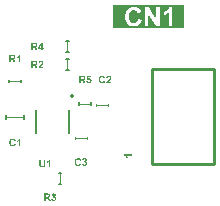
<source format=gbr>
G04*
G04 #@! TF.GenerationSoftware,Altium Limited,Altium Designer,23.10.1 (27)*
G04*
G04 Layer_Color=65535*
%FSLAX44Y44*%
%MOMM*%
G71*
G04*
G04 #@! TF.SameCoordinates,C40AB362-5B66-420F-9F68-920D16D289EC*
G04*
G04*
G04 #@! TF.FilePolarity,Positive*
G04*
G01*
G75*
%ADD10C,0.2540*%
%ADD11C,0.1000*%
%ADD12C,0.1270*%
G36*
X222084Y274422D02*
X162084D01*
Y294422D01*
X222084D01*
Y274422D01*
D02*
G37*
G36*
X178000Y166581D02*
X173368D01*
X173377Y166572D01*
X173396Y166553D01*
X173423Y166516D01*
X173470Y166461D01*
X173525Y166396D01*
X173581Y166322D01*
X173645Y166230D01*
X173719Y166128D01*
X173793Y166017D01*
X173867Y165897D01*
X173950Y165767D01*
X174024Y165629D01*
X174163Y165333D01*
X174293Y165000D01*
X173183D01*
Y165009D01*
X173174Y165019D01*
X173165Y165046D01*
X173155Y165083D01*
X173109Y165176D01*
X173054Y165305D01*
X172980Y165462D01*
X172878Y165638D01*
X172749Y165832D01*
X172601Y166035D01*
X172591Y166045D01*
X172582Y166063D01*
X172554Y166091D01*
X172517Y166128D01*
X172425Y166230D01*
X172305Y166341D01*
X172157Y166470D01*
X171972Y166600D01*
X171778Y166720D01*
X171565Y166812D01*
Y167811D01*
X178000D01*
Y166581D01*
D02*
G37*
G36*
X104579Y159886D02*
Y159877D01*
Y159840D01*
Y159775D01*
Y159701D01*
Y159609D01*
X104570Y159498D01*
Y159377D01*
Y159257D01*
X104551Y158989D01*
X104533Y158712D01*
X104524Y158592D01*
X104505Y158471D01*
X104487Y158360D01*
X104468Y158259D01*
Y158250D01*
X104459Y158240D01*
Y158212D01*
X104450Y158185D01*
X104422Y158092D01*
X104385Y157981D01*
X104330Y157852D01*
X104265Y157723D01*
X104182Y157584D01*
X104080Y157454D01*
X104071Y157436D01*
X104034Y157399D01*
X103969Y157343D01*
X103886Y157269D01*
X103775Y157186D01*
X103645Y157103D01*
X103497Y157011D01*
X103331Y156937D01*
X103322D01*
X103313Y156927D01*
X103285Y156918D01*
X103248Y156909D01*
X103202Y156890D01*
X103146Y156872D01*
X103072Y156853D01*
X102998Y156844D01*
X102823Y156807D01*
X102610Y156770D01*
X102369Y156752D01*
X102101Y156742D01*
X101953D01*
X101870Y156752D01*
X101787D01*
X101685Y156761D01*
X101584Y156770D01*
X101362Y156789D01*
X101131Y156826D01*
X100899Y156881D01*
X100798Y156909D01*
X100705Y156946D01*
X100696D01*
X100687Y156955D01*
X100631Y156983D01*
X100539Y157029D01*
X100437Y157094D01*
X100317Y157177D01*
X100188Y157269D01*
X100067Y157380D01*
X99956Y157501D01*
X99947Y157519D01*
X99910Y157556D01*
X99864Y157630D01*
X99808Y157723D01*
X99753Y157824D01*
X99688Y157944D01*
X99642Y158074D01*
X99596Y158212D01*
Y158222D01*
X99586Y158240D01*
Y158268D01*
X99577Y158314D01*
X99568Y158370D01*
X99559Y158444D01*
X99550Y158527D01*
X99540Y158619D01*
X99522Y158730D01*
X99513Y158850D01*
X99503Y158980D01*
X99494Y159128D01*
X99485Y159285D01*
Y159461D01*
X99476Y159646D01*
Y159840D01*
Y163261D01*
X100770D01*
Y159784D01*
Y159775D01*
Y159747D01*
Y159710D01*
Y159655D01*
Y159581D01*
Y159507D01*
X100779Y159340D01*
Y159156D01*
X100788Y158980D01*
X100798Y158897D01*
Y158823D01*
X100807Y158767D01*
X100816Y158712D01*
Y158693D01*
X100835Y158647D01*
X100862Y158573D01*
X100899Y158481D01*
X100946Y158379D01*
X101020Y158277D01*
X101103Y158166D01*
X101205Y158074D01*
X101223Y158065D01*
X101260Y158037D01*
X101334Y158000D01*
X101426Y157963D01*
X101556Y157917D01*
X101704Y157880D01*
X101870Y157852D01*
X102064Y157843D01*
X102157D01*
X102249Y157852D01*
X102369Y157870D01*
X102508Y157898D01*
X102638Y157935D01*
X102776Y157991D01*
X102887Y158065D01*
X102896Y158074D01*
X102933Y158102D01*
X102980Y158148D01*
X103035Y158212D01*
X103091Y158296D01*
X103146Y158388D01*
X103192Y158490D01*
X103220Y158610D01*
Y158629D01*
X103229Y158675D01*
X103239Y158758D01*
X103257Y158869D01*
Y158943D01*
X103266Y159026D01*
Y159119D01*
X103275Y159211D01*
Y159322D01*
X103285Y159442D01*
Y159572D01*
Y159710D01*
Y163261D01*
X104579D01*
Y159886D01*
D02*
G37*
G36*
X108804Y156863D02*
X107575D01*
Y161495D01*
X107565Y161485D01*
X107547Y161467D01*
X107510Y161439D01*
X107455Y161393D01*
X107390Y161338D01*
X107316Y161282D01*
X107223Y161217D01*
X107122Y161143D01*
X107011Y161069D01*
X106891Y160995D01*
X106761Y160912D01*
X106622Y160838D01*
X106327Y160700D01*
X105994Y160570D01*
Y161680D01*
X106003D01*
X106012Y161689D01*
X106040Y161698D01*
X106077Y161707D01*
X106169Y161754D01*
X106299Y161809D01*
X106456Y161883D01*
X106632Y161985D01*
X106826Y162114D01*
X107029Y162262D01*
X107038Y162271D01*
X107057Y162281D01*
X107085Y162308D01*
X107122Y162345D01*
X107223Y162438D01*
X107334Y162558D01*
X107464Y162706D01*
X107593Y162891D01*
X107713Y163085D01*
X107806Y163298D01*
X108804D01*
Y156863D01*
D02*
G37*
G36*
X143395Y233169D02*
X141074D01*
X140880Y232078D01*
X140889D01*
X140899Y232088D01*
X140954Y232115D01*
X141037Y232143D01*
X141139Y232189D01*
X141268Y232226D01*
X141407Y232254D01*
X141564Y232282D01*
X141721Y232291D01*
X141805D01*
X141860Y232282D01*
X141925Y232273D01*
X142008Y232263D01*
X142100Y232245D01*
X142202Y232217D01*
X142415Y232143D01*
X142535Y232097D01*
X142646Y232041D01*
X142766Y231968D01*
X142886Y231884D01*
X142997Y231792D01*
X143108Y231690D01*
X143118Y231681D01*
X143136Y231662D01*
X143164Y231625D01*
X143201Y231579D01*
X143238Y231524D01*
X143293Y231450D01*
X143339Y231367D01*
X143395Y231274D01*
X143450Y231172D01*
X143497Y231052D01*
X143552Y230923D01*
X143589Y230793D01*
X143626Y230645D01*
X143654Y230488D01*
X143672Y230322D01*
X143681Y230146D01*
Y230137D01*
Y230109D01*
Y230072D01*
X143672Y230017D01*
Y229943D01*
X143654Y229860D01*
X143645Y229767D01*
X143626Y229675D01*
X143571Y229453D01*
X143487Y229212D01*
X143432Y229083D01*
X143376Y228963D01*
X143302Y228843D01*
X143219Y228722D01*
X143210Y228713D01*
X143191Y228685D01*
X143154Y228648D01*
X143108Y228593D01*
X143044Y228528D01*
X142960Y228454D01*
X142868Y228380D01*
X142766Y228306D01*
X142646Y228223D01*
X142517Y228149D01*
X142378Y228075D01*
X142221Y228010D01*
X142054Y227955D01*
X141879Y227918D01*
X141685Y227890D01*
X141481Y227881D01*
X141398D01*
X141333Y227890D01*
X141259Y227899D01*
X141167Y227909D01*
X141074Y227918D01*
X140963Y227936D01*
X140741Y227992D01*
X140492Y228084D01*
X140372Y228131D01*
X140251Y228195D01*
X140140Y228269D01*
X140029Y228353D01*
X140020Y228362D01*
X140002Y228371D01*
X139974Y228399D01*
X139937Y228436D01*
X139900Y228491D01*
X139845Y228547D01*
X139798Y228611D01*
X139743Y228685D01*
X139678Y228778D01*
X139623Y228870D01*
X139521Y229092D01*
X139429Y229342D01*
X139401Y229480D01*
X139373Y229628D01*
X140594Y229758D01*
Y229739D01*
X140603Y229693D01*
X140621Y229610D01*
X140649Y229517D01*
X140686Y229416D01*
X140741Y229305D01*
X140815Y229203D01*
X140899Y229101D01*
X140908Y229092D01*
X140945Y229064D01*
X141000Y229027D01*
X141074Y228981D01*
X141158Y228935D01*
X141259Y228898D01*
X141379Y228870D01*
X141500Y228861D01*
X141518D01*
X141564Y228870D01*
X141638Y228880D01*
X141731Y228898D01*
X141832Y228935D01*
X141943Y228990D01*
X142054Y229074D01*
X142156Y229175D01*
X142165Y229194D01*
X142202Y229231D01*
X142239Y229305D01*
X142295Y229416D01*
X142341Y229545D01*
X142387Y229702D01*
X142415Y229897D01*
X142424Y230118D01*
Y230128D01*
Y230146D01*
Y230174D01*
Y230220D01*
X142415Y230322D01*
X142387Y230451D01*
X142359Y230599D01*
X142313Y230747D01*
X142248Y230886D01*
X142156Y231006D01*
X142147Y231015D01*
X142110Y231052D01*
X142045Y231098D01*
X141971Y231163D01*
X141869Y231219D01*
X141749Y231265D01*
X141610Y231302D01*
X141463Y231311D01*
X141407D01*
X141370Y231302D01*
X141278Y231283D01*
X141148Y231256D01*
X141000Y231200D01*
X140843Y231117D01*
X140760Y231061D01*
X140677Y230997D01*
X140594Y230923D01*
X140510Y230840D01*
X139521Y230978D01*
X140150Y234316D01*
X143395D01*
Y233169D01*
D02*
G37*
G36*
X136146Y234390D02*
X136248D01*
X136350Y234381D01*
X136470D01*
X136710Y234353D01*
X136960Y234325D01*
X137191Y234279D01*
X137293Y234251D01*
X137385Y234223D01*
X137395D01*
X137404Y234214D01*
X137459Y234186D01*
X137542Y234140D01*
X137653Y234085D01*
X137774Y233992D01*
X137894Y233891D01*
X138014Y233761D01*
X138125Y233604D01*
Y233595D01*
X138134Y233585D01*
X138153Y233558D01*
X138171Y233530D01*
X138217Y233438D01*
X138273Y233317D01*
X138319Y233169D01*
X138365Y233003D01*
X138402Y232809D01*
X138412Y232605D01*
Y232596D01*
Y232578D01*
Y232532D01*
X138402Y232485D01*
Y232421D01*
X138393Y232356D01*
X138356Y232189D01*
X138310Y231995D01*
X138236Y231801D01*
X138125Y231598D01*
X138060Y231505D01*
X137986Y231413D01*
X137977Y231404D01*
X137968Y231394D01*
X137940Y231367D01*
X137903Y231339D01*
X137866Y231302D01*
X137810Y231256D01*
X137746Y231209D01*
X137672Y231163D01*
X137589Y231108D01*
X137487Y231061D01*
X137385Y231015D01*
X137274Y230969D01*
X137145Y230923D01*
X137015Y230886D01*
X136877Y230849D01*
X136720Y230821D01*
X136729D01*
X136738Y230812D01*
X136793Y230775D01*
X136868Y230729D01*
X136960Y230664D01*
X137071Y230581D01*
X137182Y230497D01*
X137302Y230396D01*
X137404Y230285D01*
X137413Y230275D01*
X137459Y230229D01*
X137515Y230155D01*
X137598Y230044D01*
X137709Y229906D01*
X137764Y229813D01*
X137829Y229721D01*
X137903Y229619D01*
X137977Y229508D01*
X138060Y229379D01*
X138143Y229249D01*
X138929Y228001D01*
X137376D01*
X136451Y229388D01*
X136442Y229397D01*
X136433Y229425D01*
X136405Y229462D01*
X136368Y229508D01*
X136331Y229564D01*
X136285Y229638D01*
X136183Y229785D01*
X136063Y229952D01*
X135952Y230100D01*
X135850Y230239D01*
X135804Y230285D01*
X135767Y230331D01*
X135758Y230340D01*
X135739Y230359D01*
X135702Y230396D01*
X135656Y230442D01*
X135592Y230479D01*
X135527Y230525D01*
X135453Y230562D01*
X135379Y230599D01*
X135370D01*
X135342Y230608D01*
X135296Y230627D01*
X135222Y230636D01*
X135129Y230655D01*
X135018Y230664D01*
X134889Y230673D01*
X134473D01*
Y228001D01*
X133179D01*
Y234399D01*
X136063D01*
X136146Y234390D01*
D02*
G37*
G36*
X102279Y258225D02*
X103074D01*
Y257152D01*
X102279D01*
Y255867D01*
X101095D01*
Y257152D01*
X98470D01*
Y258216D01*
X101243Y262293D01*
X102279D01*
Y258225D01*
D02*
G37*
G36*
X95474Y262256D02*
X95576D01*
X95677Y262247D01*
X95798D01*
X96038Y262219D01*
X96288Y262191D01*
X96519Y262145D01*
X96620Y262117D01*
X96713Y262089D01*
X96722D01*
X96731Y262080D01*
X96787Y262052D01*
X96870Y262006D01*
X96981Y261951D01*
X97101Y261858D01*
X97221Y261757D01*
X97342Y261627D01*
X97452Y261470D01*
Y261461D01*
X97462Y261451D01*
X97480Y261424D01*
X97499Y261396D01*
X97545Y261304D01*
X97600Y261183D01*
X97647Y261035D01*
X97693Y260869D01*
X97730Y260675D01*
X97739Y260471D01*
Y260462D01*
Y260444D01*
Y260397D01*
X97730Y260351D01*
Y260287D01*
X97721Y260222D01*
X97684Y260055D01*
X97637Y259861D01*
X97563Y259667D01*
X97452Y259464D01*
X97388Y259371D01*
X97314Y259279D01*
X97305Y259270D01*
X97295Y259260D01*
X97268Y259233D01*
X97231Y259205D01*
X97194Y259168D01*
X97138Y259122D01*
X97073Y259075D01*
X97000Y259029D01*
X96916Y258974D01*
X96815Y258927D01*
X96713Y258881D01*
X96602Y258835D01*
X96473Y258789D01*
X96343Y258752D01*
X96204Y258715D01*
X96047Y258687D01*
X96056D01*
X96066Y258678D01*
X96121Y258641D01*
X96195Y258595D01*
X96288Y258530D01*
X96398Y258447D01*
X96510Y258363D01*
X96630Y258262D01*
X96731Y258151D01*
X96741Y258142D01*
X96787Y258095D01*
X96842Y258021D01*
X96925Y257910D01*
X97037Y257772D01*
X97092Y257679D01*
X97157Y257587D01*
X97231Y257485D01*
X97305Y257374D01*
X97388Y257245D01*
X97471Y257115D01*
X98257Y255867D01*
X96704D01*
X95779Y257254D01*
X95770Y257263D01*
X95761Y257291D01*
X95733Y257328D01*
X95696Y257374D01*
X95659Y257430D01*
X95613Y257504D01*
X95511Y257652D01*
X95391Y257818D01*
X95280Y257966D01*
X95178Y258105D01*
X95132Y258151D01*
X95095Y258197D01*
X95086Y258206D01*
X95067Y258225D01*
X95030Y258262D01*
X94984Y258308D01*
X94919Y258345D01*
X94854Y258391D01*
X94781Y258428D01*
X94707Y258465D01*
X94697D01*
X94670Y258474D01*
X94623Y258493D01*
X94549Y258502D01*
X94457Y258521D01*
X94346Y258530D01*
X94217Y258539D01*
X93800D01*
Y255867D01*
X92506D01*
Y262265D01*
X95391D01*
X95474Y262256D01*
D02*
G37*
G36*
X111749Y134798D02*
X111833Y134789D01*
X111916Y134779D01*
X112018Y134761D01*
X112119Y134733D01*
X112351Y134668D01*
X112471Y134622D01*
X112600Y134557D01*
X112720Y134493D01*
X112831Y134419D01*
X112951Y134326D01*
X113053Y134225D01*
X113062Y134215D01*
X113072Y134206D01*
X113099Y134178D01*
X113127Y134141D01*
X113201Y134049D01*
X113284Y133919D01*
X113368Y133762D01*
X113432Y133577D01*
X113488Y133374D01*
X113497Y133272D01*
X113506Y133161D01*
Y133152D01*
Y133124D01*
X113497Y133078D01*
X113488Y133022D01*
X113478Y132949D01*
X113460Y132865D01*
X113432Y132773D01*
X113395Y132671D01*
X113340Y132570D01*
X113284Y132459D01*
X113210Y132348D01*
X113118Y132237D01*
X113007Y132126D01*
X112887Y132015D01*
X112748Y131913D01*
X112582Y131811D01*
X112591D01*
X112609Y131802D01*
X112637D01*
X112674Y131784D01*
X112776Y131756D01*
X112896Y131700D01*
X113035Y131627D01*
X113183Y131534D01*
X113330Y131414D01*
X113460Y131275D01*
X113478Y131257D01*
X113515Y131201D01*
X113562Y131118D01*
X113626Y130998D01*
X113691Y130859D01*
X113737Y130683D01*
X113774Y130499D01*
X113793Y130286D01*
Y130277D01*
Y130249D01*
Y130203D01*
X113784Y130147D01*
X113774Y130073D01*
X113756Y129990D01*
X113737Y129888D01*
X113719Y129787D01*
X113645Y129565D01*
X113589Y129445D01*
X113534Y129315D01*
X113460Y129195D01*
X113377Y129075D01*
X113284Y128954D01*
X113173Y128843D01*
X113164Y128834D01*
X113146Y128816D01*
X113109Y128788D01*
X113062Y128751D01*
X112998Y128705D01*
X112933Y128659D01*
X112840Y128603D01*
X112748Y128548D01*
X112646Y128492D01*
X112526Y128437D01*
X112397Y128391D01*
X112267Y128344D01*
X112119Y128307D01*
X111971Y128280D01*
X111805Y128261D01*
X111639Y128252D01*
X111555D01*
X111491Y128261D01*
X111417Y128270D01*
X111334Y128280D01*
X111241Y128298D01*
X111130Y128316D01*
X110908Y128372D01*
X110668Y128464D01*
X110538Y128520D01*
X110427Y128585D01*
X110307Y128668D01*
X110196Y128751D01*
X110187Y128760D01*
X110169Y128779D01*
X110141Y128806D01*
X110104Y128843D01*
X110058Y128890D01*
X110011Y128954D01*
X109956Y129019D01*
X109900Y129102D01*
X109845Y129195D01*
X109780Y129287D01*
X109678Y129509D01*
X109595Y129768D01*
X109558Y129907D01*
X109540Y130055D01*
X110723Y130203D01*
Y130193D01*
Y130184D01*
X110732Y130129D01*
X110751Y130045D01*
X110779Y129944D01*
X110825Y129833D01*
X110871Y129713D01*
X110945Y129602D01*
X111028Y129500D01*
X111038Y129491D01*
X111075Y129463D01*
X111130Y129426D01*
X111195Y129389D01*
X111287Y129343D01*
X111389Y129306D01*
X111500Y129278D01*
X111629Y129269D01*
X111648D01*
X111694Y129278D01*
X111759Y129287D01*
X111851Y129306D01*
X111953Y129343D01*
X112055Y129389D01*
X112166Y129463D01*
X112267Y129555D01*
X112276Y129565D01*
X112313Y129611D01*
X112351Y129676D01*
X112406Y129759D01*
X112452Y129870D01*
X112498Y130008D01*
X112526Y130166D01*
X112535Y130341D01*
Y130351D01*
Y130360D01*
Y130415D01*
X112526Y130499D01*
X112508Y130609D01*
X112471Y130730D01*
X112424Y130850D01*
X112360Y130970D01*
X112276Y131081D01*
X112267Y131090D01*
X112230Y131127D01*
X112175Y131173D01*
X112110Y131220D01*
X112018Y131275D01*
X111916Y131312D01*
X111805Y131349D01*
X111676Y131358D01*
X111583D01*
X111518Y131349D01*
X111435Y131340D01*
X111334Y131321D01*
X111232Y131294D01*
X111112Y131266D01*
X111241Y132255D01*
X111324D01*
X111417Y132264D01*
X111528Y132274D01*
X111648Y132301D01*
X111777Y132338D01*
X111897Y132394D01*
X112008Y132468D01*
X112018Y132477D01*
X112055Y132514D01*
X112092Y132560D01*
X112147Y132634D01*
X112193Y132717D01*
X112240Y132819D01*
X112267Y132939D01*
X112276Y133078D01*
Y133097D01*
Y133133D01*
X112267Y133189D01*
X112249Y133263D01*
X112230Y133346D01*
X112193Y133429D01*
X112147Y133522D01*
X112082Y133596D01*
X112073Y133605D01*
X112045Y133624D01*
X112008Y133660D01*
X111944Y133698D01*
X111870Y133725D01*
X111786Y133762D01*
X111676Y133781D01*
X111565Y133790D01*
X111509D01*
X111454Y133781D01*
X111380Y133762D01*
X111297Y133735D01*
X111204Y133698D01*
X111112Y133642D01*
X111028Y133568D01*
X111019Y133559D01*
X110991Y133531D01*
X110954Y133476D01*
X110908Y133402D01*
X110862Y133318D01*
X110825Y133208D01*
X110788Y133078D01*
X110760Y132930D01*
X109632Y133115D01*
Y133124D01*
X109642Y133143D01*
Y133170D01*
X109651Y133217D01*
X109678Y133318D01*
X109715Y133457D01*
X109771Y133605D01*
X109826Y133762D01*
X109900Y133910D01*
X109984Y134049D01*
X109993Y134067D01*
X110030Y134104D01*
X110085Y134169D01*
X110159Y134252D01*
X110252Y134335D01*
X110363Y134428D01*
X110501Y134520D01*
X110649Y134604D01*
X110659D01*
X110668Y134613D01*
X110723Y134631D01*
X110816Y134668D01*
X110927Y134705D01*
X111065Y134742D01*
X111232Y134779D01*
X111407Y134798D01*
X111602Y134807D01*
X111685D01*
X111749Y134798D01*
D02*
G37*
G36*
X106378Y134761D02*
X106480D01*
X106581Y134752D01*
X106701D01*
X106942Y134724D01*
X107191Y134696D01*
X107423Y134650D01*
X107524Y134622D01*
X107617Y134594D01*
X107626D01*
X107635Y134585D01*
X107691Y134557D01*
X107774Y134511D01*
X107885Y134456D01*
X108005Y134363D01*
X108125Y134262D01*
X108245Y134132D01*
X108356Y133975D01*
Y133966D01*
X108366Y133956D01*
X108384Y133929D01*
X108403Y133901D01*
X108449Y133808D01*
X108504Y133688D01*
X108551Y133540D01*
X108597Y133374D01*
X108634Y133180D01*
X108643Y132976D01*
Y132967D01*
Y132949D01*
Y132902D01*
X108634Y132856D01*
Y132791D01*
X108624Y132727D01*
X108588Y132560D01*
X108541Y132366D01*
X108467Y132172D01*
X108356Y131968D01*
X108292Y131876D01*
X108218Y131784D01*
X108209Y131774D01*
X108199Y131765D01*
X108172Y131737D01*
X108134Y131710D01*
X108097Y131673D01*
X108042Y131627D01*
X107977Y131580D01*
X107903Y131534D01*
X107820Y131479D01*
X107718Y131432D01*
X107617Y131386D01*
X107506Y131340D01*
X107376Y131294D01*
X107247Y131257D01*
X107108Y131220D01*
X106951Y131192D01*
X106960D01*
X106970Y131183D01*
X107025Y131146D01*
X107099Y131100D01*
X107191Y131035D01*
X107302Y130951D01*
X107413Y130868D01*
X107534Y130767D01*
X107635Y130656D01*
X107645Y130646D01*
X107691Y130600D01*
X107746Y130526D01*
X107829Y130415D01*
X107940Y130277D01*
X107996Y130184D01*
X108061Y130092D01*
X108134Y129990D01*
X108209Y129879D01*
X108292Y129750D01*
X108375Y129620D01*
X109161Y128372D01*
X107607D01*
X106683Y129759D01*
X106674Y129768D01*
X106664Y129796D01*
X106637Y129833D01*
X106600Y129879D01*
X106563Y129935D01*
X106517Y130008D01*
X106415Y130156D01*
X106295Y130323D01*
X106184Y130471D01*
X106082Y130609D01*
X106036Y130656D01*
X105999Y130702D01*
X105990Y130711D01*
X105971Y130730D01*
X105934Y130767D01*
X105888Y130813D01*
X105823Y130850D01*
X105758Y130896D01*
X105684Y130933D01*
X105611Y130970D01*
X105601D01*
X105574Y130979D01*
X105527Y130998D01*
X105453Y131007D01*
X105361Y131025D01*
X105250Y131035D01*
X105120Y131044D01*
X104704D01*
Y128372D01*
X103410D01*
Y134770D01*
X106295D01*
X106378Y134761D01*
D02*
G37*
G36*
X101072Y247048D02*
X101155Y247039D01*
X101248Y247030D01*
X101350Y247011D01*
X101461Y246993D01*
X101701Y246928D01*
X101941Y246836D01*
X102071Y246780D01*
X102182Y246715D01*
X102302Y246632D01*
X102404Y246540D01*
X102413Y246530D01*
X102431Y246521D01*
X102450Y246484D01*
X102487Y246447D01*
X102533Y246401D01*
X102579Y246336D01*
X102625Y246272D01*
X102681Y246188D01*
X102773Y246003D01*
X102866Y245791D01*
X102903Y245671D01*
X102921Y245541D01*
X102940Y245403D01*
X102949Y245264D01*
Y245245D01*
Y245190D01*
X102940Y245107D01*
X102931Y245005D01*
X102912Y244876D01*
X102884Y244737D01*
X102847Y244589D01*
X102792Y244441D01*
X102783Y244422D01*
X102764Y244376D01*
X102727Y244293D01*
X102672Y244191D01*
X102607Y244071D01*
X102524Y243932D01*
X102422Y243785D01*
X102302Y243627D01*
X102293Y243618D01*
X102256Y243572D01*
X102200Y243507D01*
X102117Y243415D01*
X102006Y243304D01*
X101867Y243156D01*
X101701Y242999D01*
X101497Y242805D01*
X101488Y242795D01*
X101470Y242786D01*
X101442Y242758D01*
X101405Y242721D01*
X101303Y242629D01*
X101183Y242518D01*
X101063Y242398D01*
X100943Y242278D01*
X100832Y242176D01*
X100795Y242130D01*
X100758Y242093D01*
X100749Y242083D01*
X100730Y242065D01*
X100702Y242028D01*
X100665Y241982D01*
X100582Y241880D01*
X100508Y241760D01*
X102949D01*
Y240623D01*
X98650D01*
Y240632D01*
Y240650D01*
X98659Y240687D01*
X98668Y240734D01*
X98678Y240789D01*
X98687Y240854D01*
X98724Y241020D01*
X98779Y241205D01*
X98853Y241408D01*
X98946Y241630D01*
X99066Y241843D01*
Y241852D01*
X99084Y241871D01*
X99103Y241908D01*
X99140Y241945D01*
X99177Y242009D01*
X99232Y242074D01*
X99297Y242157D01*
X99371Y242250D01*
X99454Y242361D01*
X99556Y242472D01*
X99667Y242601D01*
X99796Y242740D01*
X99935Y242878D01*
X100092Y243036D01*
X100259Y243202D01*
X100443Y243378D01*
X100453Y243387D01*
X100480Y243415D01*
X100518Y243452D01*
X100573Y243507D01*
X100647Y243563D01*
X100721Y243637D01*
X100887Y243803D01*
X101054Y243979D01*
X101220Y244154D01*
X101294Y244228D01*
X101368Y244312D01*
X101424Y244376D01*
X101461Y244432D01*
X101470Y244450D01*
X101497Y244496D01*
X101544Y244570D01*
X101590Y244672D01*
X101636Y244783D01*
X101682Y244912D01*
X101710Y245042D01*
X101719Y245181D01*
Y245190D01*
Y245199D01*
Y245245D01*
X101710Y245329D01*
X101692Y245421D01*
X101664Y245523D01*
X101627Y245624D01*
X101572Y245726D01*
X101497Y245819D01*
X101488Y245828D01*
X101461Y245856D01*
X101405Y245893D01*
X101340Y245930D01*
X101248Y245966D01*
X101146Y246003D01*
X101026Y246031D01*
X100887Y246040D01*
X100823D01*
X100749Y246031D01*
X100665Y246013D01*
X100564Y245985D01*
X100462Y245939D01*
X100360Y245883D01*
X100268Y245809D01*
X100259Y245800D01*
X100231Y245763D01*
X100194Y245708D01*
X100157Y245624D01*
X100111Y245523D01*
X100074Y245384D01*
X100037Y245227D01*
X100018Y245042D01*
X98798Y245162D01*
Y245171D01*
X98807Y245208D01*
Y245255D01*
X98826Y245329D01*
X98835Y245412D01*
X98862Y245504D01*
X98890Y245606D01*
X98918Y245726D01*
X99010Y245957D01*
X99121Y246198D01*
X99195Y246318D01*
X99278Y246429D01*
X99371Y246521D01*
X99473Y246614D01*
X99482Y246623D01*
X99500Y246632D01*
X99528Y246651D01*
X99574Y246688D01*
X99630Y246715D01*
X99704Y246752D01*
X99778Y246799D01*
X99870Y246836D01*
X99972Y246882D01*
X100083Y246919D01*
X100323Y246993D01*
X100610Y247039D01*
X100758Y247048D01*
X100915Y247057D01*
X101007D01*
X101072Y247048D01*
D02*
G37*
G36*
X95599Y247011D02*
X95701D01*
X95802Y247002D01*
X95922D01*
X96163Y246974D01*
X96412Y246947D01*
X96643Y246900D01*
X96745Y246873D01*
X96838Y246845D01*
X96847D01*
X96856Y246836D01*
X96912Y246808D01*
X96995Y246762D01*
X97106Y246706D01*
X97226Y246614D01*
X97346Y246512D01*
X97466Y246383D01*
X97577Y246225D01*
Y246216D01*
X97587Y246207D01*
X97605Y246179D01*
X97624Y246151D01*
X97670Y246059D01*
X97725Y245939D01*
X97772Y245791D01*
X97818Y245624D01*
X97855Y245430D01*
X97864Y245227D01*
Y245218D01*
Y245199D01*
Y245153D01*
X97855Y245107D01*
Y245042D01*
X97845Y244977D01*
X97809Y244811D01*
X97762Y244617D01*
X97688Y244422D01*
X97577Y244219D01*
X97513Y244127D01*
X97439Y244034D01*
X97429Y244025D01*
X97420Y244016D01*
X97392Y243988D01*
X97355Y243960D01*
X97318Y243923D01*
X97263Y243877D01*
X97198Y243831D01*
X97124Y243785D01*
X97041Y243729D01*
X96939Y243683D01*
X96838Y243637D01*
X96727Y243590D01*
X96597Y243544D01*
X96468Y243507D01*
X96329Y243470D01*
X96172Y243442D01*
X96181D01*
X96191Y243433D01*
X96246Y243396D01*
X96320Y243350D01*
X96412Y243285D01*
X96523Y243202D01*
X96634Y243119D01*
X96755Y243017D01*
X96856Y242906D01*
X96865Y242897D01*
X96912Y242851D01*
X96967Y242777D01*
X97050Y242666D01*
X97161Y242527D01*
X97217Y242435D01*
X97282Y242342D01*
X97355Y242241D01*
X97429Y242130D01*
X97513Y242000D01*
X97596Y241871D01*
X98382Y240623D01*
X96828D01*
X95904Y242009D01*
X95895Y242019D01*
X95885Y242046D01*
X95858Y242083D01*
X95821Y242130D01*
X95784Y242185D01*
X95737Y242259D01*
X95636Y242407D01*
X95516Y242573D01*
X95405Y242721D01*
X95303Y242860D01*
X95257Y242906D01*
X95220Y242952D01*
X95211Y242962D01*
X95192Y242980D01*
X95155Y243017D01*
X95109Y243063D01*
X95044Y243100D01*
X94979Y243147D01*
X94905Y243184D01*
X94831Y243221D01*
X94822D01*
X94794Y243230D01*
X94748Y243248D01*
X94674Y243258D01*
X94582Y243276D01*
X94471Y243285D01*
X94341Y243295D01*
X93925D01*
Y240623D01*
X92631D01*
Y247020D01*
X95516D01*
X95599Y247011D01*
D02*
G37*
G36*
X83395Y245702D02*
X82165D01*
Y250335D01*
X82156Y250325D01*
X82138Y250307D01*
X82101Y250279D01*
X82045Y250233D01*
X81981Y250177D01*
X81907Y250122D01*
X81814Y250057D01*
X81713Y249983D01*
X81601Y249909D01*
X81481Y249835D01*
X81352Y249752D01*
X81213Y249678D01*
X80917Y249540D01*
X80584Y249410D01*
Y250520D01*
X80594D01*
X80603Y250529D01*
X80631Y250538D01*
X80668Y250547D01*
X80760Y250593D01*
X80890Y250649D01*
X81047Y250723D01*
X81222Y250825D01*
X81417Y250954D01*
X81620Y251102D01*
X81629Y251111D01*
X81648Y251120D01*
X81676Y251148D01*
X81713Y251185D01*
X81814Y251278D01*
X81925Y251398D01*
X82055Y251546D01*
X82184Y251731D01*
X82304Y251925D01*
X82397Y252138D01*
X83395D01*
Y245702D01*
D02*
G37*
G36*
X77053Y252091D02*
X77154D01*
X77256Y252082D01*
X77376D01*
X77617Y252054D01*
X77866Y252027D01*
X78097Y251980D01*
X78199Y251953D01*
X78292Y251925D01*
X78301D01*
X78310Y251916D01*
X78366Y251888D01*
X78449Y251842D01*
X78560Y251786D01*
X78680Y251694D01*
X78800Y251592D01*
X78920Y251462D01*
X79031Y251305D01*
Y251296D01*
X79040Y251287D01*
X79059Y251259D01*
X79078Y251231D01*
X79124Y251139D01*
X79179Y251019D01*
X79225Y250871D01*
X79272Y250704D01*
X79309Y250510D01*
X79318Y250307D01*
Y250298D01*
Y250279D01*
Y250233D01*
X79309Y250187D01*
Y250122D01*
X79299Y250057D01*
X79262Y249891D01*
X79216Y249697D01*
X79142Y249503D01*
X79031Y249299D01*
X78966Y249207D01*
X78893Y249114D01*
X78883Y249105D01*
X78874Y249096D01*
X78846Y249068D01*
X78809Y249040D01*
X78772Y249003D01*
X78717Y248957D01*
X78652Y248911D01*
X78578Y248864D01*
X78495Y248809D01*
X78393Y248763D01*
X78292Y248717D01*
X78181Y248670D01*
X78051Y248624D01*
X77922Y248587D01*
X77783Y248550D01*
X77626Y248522D01*
X77635D01*
X77644Y248513D01*
X77700Y248476D01*
X77774Y248430D01*
X77866Y248365D01*
X77977Y248282D01*
X78088Y248199D01*
X78208Y248097D01*
X78310Y247986D01*
X78319Y247977D01*
X78366Y247931D01*
X78421Y247857D01*
X78504Y247746D01*
X78615Y247607D01*
X78671Y247515D01*
X78735Y247422D01*
X78809Y247320D01*
X78883Y247210D01*
X78966Y247080D01*
X79050Y246951D01*
X79836Y245702D01*
X78282D01*
X77358Y247089D01*
X77348Y247099D01*
X77339Y247126D01*
X77312Y247163D01*
X77275Y247210D01*
X77238Y247265D01*
X77191Y247339D01*
X77090Y247487D01*
X76969Y247653D01*
X76859Y247801D01*
X76757Y247940D01*
X76711Y247986D01*
X76674Y248032D01*
X76664Y248042D01*
X76646Y248060D01*
X76609Y248097D01*
X76563Y248143D01*
X76498Y248180D01*
X76433Y248227D01*
X76359Y248264D01*
X76285Y248300D01*
X76276D01*
X76248Y248310D01*
X76202Y248328D01*
X76128Y248337D01*
X76036Y248356D01*
X75925Y248365D01*
X75795Y248375D01*
X75379D01*
Y245702D01*
X74085D01*
Y252101D01*
X76969D01*
X77053Y252091D01*
D02*
G37*
G36*
X132493Y164600D02*
X132595Y164591D01*
X132706Y164572D01*
X132836Y164554D01*
X132974Y164526D01*
X133122Y164489D01*
X133279Y164443D01*
X133437Y164387D01*
X133603Y164313D01*
X133760Y164239D01*
X133908Y164147D01*
X134065Y164036D01*
X134204Y163916D01*
X134213D01*
X134222Y163897D01*
X134250Y163869D01*
X134278Y163842D01*
X134315Y163796D01*
X134352Y163740D01*
X134454Y163611D01*
X134555Y163444D01*
X134666Y163241D01*
X134768Y163010D01*
X134860Y162742D01*
X133584Y162437D01*
Y162446D01*
X133575Y162455D01*
Y162483D01*
X133557Y162520D01*
X133529Y162603D01*
X133483Y162714D01*
X133418Y162843D01*
X133335Y162973D01*
X133224Y163102D01*
X133104Y163213D01*
X133085Y163222D01*
X133039Y163259D01*
X132965Y163305D01*
X132863Y163361D01*
X132734Y163417D01*
X132586Y163463D01*
X132420Y163500D01*
X132235Y163509D01*
X132170D01*
X132114Y163500D01*
X132059Y163491D01*
X131985Y163481D01*
X131828Y163444D01*
X131643Y163379D01*
X131449Y163287D01*
X131347Y163232D01*
X131255Y163167D01*
X131162Y163084D01*
X131079Y162991D01*
Y162982D01*
X131060Y162964D01*
X131042Y162936D01*
X131014Y162889D01*
X130977Y162834D01*
X130940Y162769D01*
X130903Y162686D01*
X130866Y162594D01*
X130820Y162483D01*
X130783Y162362D01*
X130746Y162224D01*
X130709Y162076D01*
X130681Y161910D01*
X130663Y161734D01*
X130654Y161540D01*
X130644Y161327D01*
Y161318D01*
Y161271D01*
Y161207D01*
X130654Y161133D01*
Y161031D01*
X130672Y160911D01*
X130681Y160791D01*
X130700Y160652D01*
X130755Y160365D01*
X130829Y160079D01*
X130876Y159940D01*
X130940Y159811D01*
X131005Y159691D01*
X131079Y159589D01*
X131088Y159580D01*
X131097Y159570D01*
X131125Y159543D01*
X131162Y159506D01*
X131255Y159432D01*
X131384Y159339D01*
X131541Y159237D01*
X131735Y159164D01*
X131957Y159099D01*
X132078Y159089D01*
X132207Y159080D01*
X132253D01*
X132290Y159089D01*
X132392Y159099D01*
X132512Y159117D01*
X132641Y159164D01*
X132789Y159219D01*
X132937Y159293D01*
X133085Y159404D01*
X133104Y159422D01*
X133150Y159469D01*
X133215Y159543D01*
X133289Y159654D01*
X133381Y159802D01*
X133464Y159977D01*
X133547Y160190D01*
X133622Y160439D01*
X134879Y160051D01*
Y160042D01*
X134870Y160005D01*
X134851Y159949D01*
X134823Y159875D01*
X134786Y159792D01*
X134749Y159691D01*
X134703Y159580D01*
X134648Y159459D01*
X134518Y159210D01*
X134352Y158951D01*
X134149Y158701D01*
X134038Y158590D01*
X133917Y158489D01*
X133908Y158479D01*
X133890Y158470D01*
X133853Y158442D01*
X133797Y158405D01*
X133732Y158368D01*
X133649Y158331D01*
X133557Y158285D01*
X133455Y158239D01*
X133335Y158183D01*
X133205Y158137D01*
X133067Y158100D01*
X132919Y158063D01*
X132762Y158026D01*
X132586Y157999D01*
X132410Y157989D01*
X132216Y157980D01*
X132161D01*
X132096Y157989D01*
X132003Y157999D01*
X131902Y158008D01*
X131772Y158026D01*
X131634Y158054D01*
X131476Y158091D01*
X131319Y158137D01*
X131153Y158193D01*
X130977Y158267D01*
X130802Y158350D01*
X130626Y158442D01*
X130450Y158562D01*
X130284Y158692D01*
X130127Y158849D01*
X130117Y158858D01*
X130090Y158886D01*
X130053Y158942D01*
X129997Y159006D01*
X129942Y159099D01*
X129868Y159200D01*
X129794Y159330D01*
X129720Y159478D01*
X129646Y159635D01*
X129572Y159811D01*
X129498Y160014D01*
X129443Y160227D01*
X129387Y160449D01*
X129350Y160698D01*
X129322Y160957D01*
X129313Y161234D01*
Y161244D01*
Y161253D01*
Y161308D01*
X129322Y161392D01*
Y161503D01*
X129341Y161632D01*
X129359Y161789D01*
X129378Y161956D01*
X129415Y162150D01*
X129461Y162344D01*
X129516Y162547D01*
X129581Y162751D01*
X129664Y162964D01*
X129757Y163167D01*
X129868Y163361D01*
X129988Y163546D01*
X130136Y163722D01*
X130145Y163731D01*
X130173Y163759D01*
X130219Y163805D01*
X130284Y163860D01*
X130367Y163925D01*
X130469Y163999D01*
X130580Y164082D01*
X130718Y164165D01*
X130866Y164249D01*
X131024Y164332D01*
X131208Y164406D01*
X131393Y164471D01*
X131606Y164526D01*
X131819Y164572D01*
X132059Y164600D01*
X132299Y164609D01*
X132410D01*
X132493Y164600D01*
D02*
G37*
G36*
X137884Y164517D02*
X137967Y164508D01*
X138050Y164498D01*
X138152Y164480D01*
X138253Y164452D01*
X138485Y164387D01*
X138605Y164341D01*
X138734Y164276D01*
X138855Y164212D01*
X138965Y164138D01*
X139086Y164045D01*
X139187Y163944D01*
X139197Y163934D01*
X139206Y163925D01*
X139234Y163897D01*
X139261Y163860D01*
X139335Y163768D01*
X139418Y163638D01*
X139502Y163481D01*
X139566Y163296D01*
X139622Y163093D01*
X139631Y162991D01*
X139640Y162880D01*
Y162871D01*
Y162843D01*
X139631Y162797D01*
X139622Y162742D01*
X139613Y162668D01*
X139594Y162584D01*
X139566Y162492D01*
X139529Y162390D01*
X139474Y162288D01*
X139418Y162178D01*
X139345Y162067D01*
X139252Y161956D01*
X139141Y161845D01*
X139021Y161734D01*
X138882Y161632D01*
X138716Y161530D01*
X138725D01*
X138743Y161521D01*
X138771D01*
X138808Y161503D01*
X138910Y161475D01*
X139030Y161419D01*
X139169Y161346D01*
X139317Y161253D01*
X139465Y161133D01*
X139594Y160994D01*
X139613Y160976D01*
X139650Y160920D01*
X139696Y160837D01*
X139761Y160717D01*
X139825Y160578D01*
X139872Y160402D01*
X139909Y160217D01*
X139927Y160005D01*
Y159996D01*
Y159968D01*
Y159922D01*
X139918Y159866D01*
X139909Y159792D01*
X139890Y159709D01*
X139872Y159607D01*
X139853Y159506D01*
X139779Y159284D01*
X139724Y159164D01*
X139668Y159034D01*
X139594Y158914D01*
X139511Y158794D01*
X139418Y158673D01*
X139307Y158562D01*
X139298Y158553D01*
X139280Y158535D01*
X139243Y158507D01*
X139197Y158470D01*
X139132Y158424D01*
X139067Y158378D01*
X138975Y158322D01*
X138882Y158267D01*
X138780Y158211D01*
X138660Y158156D01*
X138531Y158110D01*
X138401Y158063D01*
X138253Y158026D01*
X138106Y157999D01*
X137939Y157980D01*
X137773Y157971D01*
X137690D01*
X137625Y157980D01*
X137551Y157989D01*
X137468Y157999D01*
X137375Y158017D01*
X137264Y158035D01*
X137042Y158091D01*
X136802Y158183D01*
X136672Y158239D01*
X136562Y158304D01*
X136441Y158387D01*
X136330Y158470D01*
X136321Y158479D01*
X136303Y158498D01*
X136275Y158526D01*
X136238Y158562D01*
X136192Y158609D01*
X136145Y158673D01*
X136090Y158738D01*
X136035Y158821D01*
X135979Y158914D01*
X135914Y159006D01*
X135813Y159228D01*
X135730Y159487D01*
X135693Y159626D01*
X135674Y159774D01*
X136857Y159922D01*
Y159912D01*
Y159903D01*
X136867Y159848D01*
X136885Y159764D01*
X136913Y159663D01*
X136959Y159552D01*
X137005Y159432D01*
X137079Y159321D01*
X137163Y159219D01*
X137172Y159210D01*
X137209Y159182D01*
X137264Y159145D01*
X137329Y159108D01*
X137421Y159062D01*
X137523Y159025D01*
X137634Y158997D01*
X137764Y158988D01*
X137782D01*
X137828Y158997D01*
X137893Y159006D01*
X137985Y159025D01*
X138087Y159062D01*
X138189Y159108D01*
X138300Y159182D01*
X138401Y159275D01*
X138411Y159284D01*
X138448Y159330D01*
X138485Y159395D01*
X138540Y159478D01*
X138586Y159589D01*
X138633Y159727D01*
X138660Y159885D01*
X138670Y160060D01*
Y160070D01*
Y160079D01*
Y160134D01*
X138660Y160217D01*
X138642Y160329D01*
X138605Y160449D01*
X138559Y160569D01*
X138494Y160689D01*
X138411Y160800D01*
X138401Y160809D01*
X138364Y160846D01*
X138309Y160892D01*
X138244Y160939D01*
X138152Y160994D01*
X138050Y161031D01*
X137939Y161068D01*
X137810Y161077D01*
X137717D01*
X137653Y161068D01*
X137569Y161059D01*
X137468Y161040D01*
X137366Y161013D01*
X137246Y160985D01*
X137375Y161974D01*
X137458D01*
X137551Y161983D01*
X137662Y161993D01*
X137782Y162020D01*
X137911Y162057D01*
X138032Y162113D01*
X138143Y162187D01*
X138152Y162196D01*
X138189Y162233D01*
X138226Y162279D01*
X138281Y162353D01*
X138328Y162437D01*
X138374Y162538D01*
X138401Y162658D01*
X138411Y162797D01*
Y162815D01*
Y162852D01*
X138401Y162908D01*
X138383Y162982D01*
X138364Y163065D01*
X138328Y163148D01*
X138281Y163241D01*
X138216Y163315D01*
X138207Y163324D01*
X138180Y163342D01*
X138143Y163379D01*
X138078Y163417D01*
X138004Y163444D01*
X137921Y163481D01*
X137810Y163500D01*
X137699Y163509D01*
X137643D01*
X137588Y163500D01*
X137514Y163481D01*
X137431Y163454D01*
X137338Y163417D01*
X137246Y163361D01*
X137163Y163287D01*
X137153Y163278D01*
X137126Y163250D01*
X137089Y163195D01*
X137042Y163121D01*
X136996Y163037D01*
X136959Y162927D01*
X136922Y162797D01*
X136894Y162649D01*
X135766Y162834D01*
Y162843D01*
X135776Y162862D01*
Y162889D01*
X135785Y162936D01*
X135813Y163037D01*
X135850Y163176D01*
X135905Y163324D01*
X135961Y163481D01*
X136035Y163629D01*
X136118Y163768D01*
X136127Y163786D01*
X136164Y163823D01*
X136220Y163888D01*
X136293Y163971D01*
X136386Y164054D01*
X136497Y164147D01*
X136636Y164239D01*
X136784Y164323D01*
X136793D01*
X136802Y164332D01*
X136857Y164350D01*
X136950Y164387D01*
X137061Y164424D01*
X137199Y164461D01*
X137366Y164498D01*
X137542Y164517D01*
X137736Y164526D01*
X137819D01*
X137884Y164517D01*
D02*
G37*
G36*
X152846Y234445D02*
X152948Y234436D01*
X153059Y234418D01*
X153188Y234399D01*
X153327Y234371D01*
X153475Y234334D01*
X153632Y234288D01*
X153789Y234233D01*
X153955Y234159D01*
X154113Y234085D01*
X154260Y233992D01*
X154418Y233881D01*
X154556Y233761D01*
X154566D01*
X154575Y233743D01*
X154602Y233715D01*
X154630Y233687D01*
X154667Y233641D01*
X154704Y233585D01*
X154806Y233456D01*
X154908Y233290D01*
X155019Y233086D01*
X155120Y232855D01*
X155213Y232587D01*
X153937Y232282D01*
Y232291D01*
X153928Y232300D01*
Y232328D01*
X153909Y232365D01*
X153881Y232448D01*
X153835Y232559D01*
X153770Y232689D01*
X153687Y232818D01*
X153576Y232948D01*
X153456Y233058D01*
X153438Y233068D01*
X153391Y233105D01*
X153317Y233151D01*
X153216Y233206D01*
X153086Y233262D01*
X152938Y233308D01*
X152772Y233345D01*
X152587Y233354D01*
X152522D01*
X152467Y233345D01*
X152411Y233336D01*
X152337Y233327D01*
X152180Y233290D01*
X151995Y233225D01*
X151801Y233132D01*
X151699Y233077D01*
X151607Y233012D01*
X151515Y232929D01*
X151431Y232837D01*
Y232827D01*
X151413Y232809D01*
X151394Y232781D01*
X151367Y232735D01*
X151330Y232679D01*
X151293Y232615D01*
X151256Y232532D01*
X151219Y232439D01*
X151172Y232328D01*
X151135Y232208D01*
X151098Y232069D01*
X151061Y231921D01*
X151034Y231755D01*
X151015Y231579D01*
X151006Y231385D01*
X150997Y231172D01*
Y231163D01*
Y231117D01*
Y231052D01*
X151006Y230978D01*
Y230877D01*
X151025Y230756D01*
X151034Y230636D01*
X151052Y230497D01*
X151108Y230211D01*
X151182Y229924D01*
X151228Y229785D01*
X151293Y229656D01*
X151357Y229536D01*
X151431Y229434D01*
X151440Y229425D01*
X151450Y229416D01*
X151477Y229388D01*
X151515Y229351D01*
X151607Y229277D01*
X151736Y229185D01*
X151894Y229083D01*
X152088Y229009D01*
X152310Y228944D01*
X152430Y228935D01*
X152559Y228926D01*
X152605D01*
X152642Y228935D01*
X152744Y228944D01*
X152864Y228963D01*
X152994Y229009D01*
X153142Y229064D01*
X153290Y229138D01*
X153438Y229249D01*
X153456Y229268D01*
X153502Y229314D01*
X153567Y229388D01*
X153641Y229499D01*
X153733Y229647D01*
X153817Y229823D01*
X153900Y230035D01*
X153974Y230285D01*
X155231Y229897D01*
Y229887D01*
X155222Y229850D01*
X155204Y229795D01*
X155176Y229721D01*
X155139Y229638D01*
X155102Y229536D01*
X155056Y229425D01*
X155000Y229305D01*
X154871Y229055D01*
X154704Y228796D01*
X154501Y228547D01*
X154390Y228436D01*
X154270Y228334D01*
X154260Y228325D01*
X154242Y228316D01*
X154205Y228288D01*
X154150Y228251D01*
X154085Y228214D01*
X154002Y228177D01*
X153909Y228131D01*
X153807Y228084D01*
X153687Y228029D01*
X153558Y227983D01*
X153419Y227946D01*
X153271Y227909D01*
X153114Y227872D01*
X152938Y227844D01*
X152763Y227835D01*
X152569Y227826D01*
X152513D01*
X152448Y227835D01*
X152356Y227844D01*
X152254Y227853D01*
X152125Y227872D01*
X151986Y227899D01*
X151829Y227936D01*
X151672Y227983D01*
X151505Y228038D01*
X151330Y228112D01*
X151154Y228195D01*
X150978Y228288D01*
X150803Y228408D01*
X150636Y228537D01*
X150479Y228694D01*
X150470Y228704D01*
X150442Y228731D01*
X150405Y228787D01*
X150350Y228852D01*
X150294Y228944D01*
X150220Y229046D01*
X150146Y229175D01*
X150072Y229323D01*
X149998Y229480D01*
X149924Y229656D01*
X149850Y229860D01*
X149795Y230072D01*
X149739Y230294D01*
X149702Y230544D01*
X149675Y230802D01*
X149665Y231080D01*
Y231089D01*
Y231098D01*
Y231154D01*
X149675Y231237D01*
Y231348D01*
X149693Y231478D01*
X149712Y231635D01*
X149730Y231801D01*
X149767Y231995D01*
X149813Y232189D01*
X149869Y232393D01*
X149934Y232596D01*
X150017Y232809D01*
X150109Y233012D01*
X150220Y233206D01*
X150340Y233391D01*
X150488Y233567D01*
X150498Y233576D01*
X150525Y233604D01*
X150571Y233650D01*
X150636Y233706D01*
X150719Y233770D01*
X150821Y233844D01*
X150932Y233927D01*
X151071Y234011D01*
X151219Y234094D01*
X151376Y234177D01*
X151561Y234251D01*
X151746Y234316D01*
X151958Y234371D01*
X152171Y234418D01*
X152411Y234445D01*
X152652Y234454D01*
X152763D01*
X152846Y234445D01*
D02*
G37*
G36*
X158338Y234362D02*
X158421Y234353D01*
X158513Y234344D01*
X158615Y234325D01*
X158726Y234307D01*
X158967Y234242D01*
X159207Y234149D01*
X159336Y234094D01*
X159447Y234029D01*
X159567Y233946D01*
X159669Y233854D01*
X159678Y233844D01*
X159697Y233835D01*
X159715Y233798D01*
X159752Y233761D01*
X159799Y233715D01*
X159845Y233650D01*
X159891Y233585D01*
X159946Y233502D01*
X160039Y233317D01*
X160131Y233105D01*
X160168Y232985D01*
X160187Y232855D01*
X160205Y232716D01*
X160215Y232578D01*
Y232559D01*
Y232504D01*
X160205Y232421D01*
X160196Y232319D01*
X160178Y232189D01*
X160150Y232051D01*
X160113Y231903D01*
X160057Y231755D01*
X160048Y231736D01*
X160030Y231690D01*
X159993Y231607D01*
X159937Y231505D01*
X159873Y231385D01*
X159789Y231246D01*
X159688Y231098D01*
X159567Y230941D01*
X159558Y230932D01*
X159521Y230886D01*
X159466Y230821D01*
X159382Y230729D01*
X159272Y230618D01*
X159133Y230470D01*
X158967Y230312D01*
X158763Y230118D01*
X158754Y230109D01*
X158735Y230100D01*
X158708Y230072D01*
X158671Y230035D01*
X158569Y229943D01*
X158449Y229832D01*
X158329Y229712D01*
X158208Y229591D01*
X158097Y229490D01*
X158060Y229443D01*
X158023Y229406D01*
X158014Y229397D01*
X157996Y229379D01*
X157968Y229342D01*
X157931Y229296D01*
X157848Y229194D01*
X157774Y229074D01*
X160215D01*
Y227936D01*
X155915D01*
Y227946D01*
Y227964D01*
X155925Y228001D01*
X155934Y228047D01*
X155943Y228103D01*
X155952Y228167D01*
X155989Y228334D01*
X156045Y228519D01*
X156119Y228722D01*
X156211Y228944D01*
X156332Y229157D01*
Y229166D01*
X156350Y229185D01*
X156368Y229221D01*
X156405Y229258D01*
X156442Y229323D01*
X156498Y229388D01*
X156563Y229471D01*
X156637Y229564D01*
X156720Y229675D01*
X156821Y229785D01*
X156932Y229915D01*
X157062Y230054D01*
X157200Y230192D01*
X157358Y230350D01*
X157524Y230516D01*
X157709Y230692D01*
X157718Y230701D01*
X157746Y230729D01*
X157783Y230766D01*
X157838Y230821D01*
X157913Y230877D01*
X157986Y230951D01*
X158153Y231117D01*
X158319Y231293D01*
X158486Y231468D01*
X158560Y231542D01*
X158634Y231625D01*
X158689Y231690D01*
X158726Y231746D01*
X158735Y231764D01*
X158763Y231810D01*
X158809Y231884D01*
X158855Y231986D01*
X158902Y232097D01*
X158948Y232226D01*
X158976Y232356D01*
X158985Y232495D01*
Y232504D01*
Y232513D01*
Y232559D01*
X158976Y232642D01*
X158957Y232735D01*
X158930Y232837D01*
X158892Y232938D01*
X158837Y233040D01*
X158763Y233132D01*
X158754Y233142D01*
X158726Y233169D01*
X158671Y233206D01*
X158606Y233243D01*
X158513Y233280D01*
X158412Y233317D01*
X158292Y233345D01*
X158153Y233354D01*
X158088D01*
X158014Y233345D01*
X157931Y233327D01*
X157829Y233299D01*
X157727Y233253D01*
X157626Y233197D01*
X157533Y233123D01*
X157524Y233114D01*
X157496Y233077D01*
X157459Y233022D01*
X157422Y232938D01*
X157376Y232837D01*
X157339Y232698D01*
X157302Y232541D01*
X157284Y232356D01*
X156063Y232476D01*
Y232485D01*
X156073Y232522D01*
Y232568D01*
X156091Y232642D01*
X156100Y232726D01*
X156128Y232818D01*
X156156Y232920D01*
X156184Y233040D01*
X156276Y233271D01*
X156387Y233512D01*
X156461Y233632D01*
X156544Y233743D01*
X156637Y233835D01*
X156738Y233927D01*
X156748Y233937D01*
X156766Y233946D01*
X156794Y233965D01*
X156840Y234002D01*
X156895Y234029D01*
X156969Y234066D01*
X157043Y234112D01*
X157136Y234149D01*
X157238Y234196D01*
X157348Y234233D01*
X157589Y234307D01*
X157875Y234353D01*
X158023Y234362D01*
X158181Y234371D01*
X158273D01*
X158338Y234362D01*
D02*
G37*
G36*
X77150Y181105D02*
X77252Y181096D01*
X77362Y181078D01*
X77492Y181059D01*
X77631Y181031D01*
X77779Y180994D01*
X77936Y180948D01*
X78093Y180893D01*
X78259Y180819D01*
X78416Y180745D01*
X78564Y180652D01*
X78721Y180541D01*
X78860Y180421D01*
X78869D01*
X78879Y180403D01*
X78906Y180375D01*
X78934Y180347D01*
X78971Y180301D01*
X79008Y180245D01*
X79110Y180116D01*
X79212Y179950D01*
X79323Y179746D01*
X79424Y179515D01*
X79517Y179247D01*
X78241Y178942D01*
Y178951D01*
X78232Y178960D01*
Y178988D01*
X78213Y179025D01*
X78185Y179108D01*
X78139Y179219D01*
X78074Y179349D01*
X77991Y179478D01*
X77880Y179608D01*
X77760Y179718D01*
X77741Y179728D01*
X77695Y179765D01*
X77621Y179811D01*
X77520Y179866D01*
X77390Y179922D01*
X77242Y179968D01*
X77076Y180005D01*
X76891Y180014D01*
X76826D01*
X76771Y180005D01*
X76715Y179996D01*
X76641Y179987D01*
X76484Y179950D01*
X76299Y179885D01*
X76105Y179792D01*
X76003Y179737D01*
X75911Y179672D01*
X75818Y179589D01*
X75735Y179497D01*
Y179487D01*
X75717Y179469D01*
X75698Y179441D01*
X75670Y179395D01*
X75634Y179339D01*
X75596Y179275D01*
X75560Y179191D01*
X75522Y179099D01*
X75476Y178988D01*
X75439Y178868D01*
X75402Y178729D01*
X75365Y178581D01*
X75338Y178415D01*
X75319Y178239D01*
X75310Y178045D01*
X75301Y177832D01*
Y177823D01*
Y177777D01*
Y177712D01*
X75310Y177638D01*
Y177537D01*
X75328Y177416D01*
X75338Y177296D01*
X75356Y177157D01*
X75412Y176871D01*
X75486Y176584D01*
X75532Y176446D01*
X75596Y176316D01*
X75661Y176196D01*
X75735Y176094D01*
X75744Y176085D01*
X75754Y176076D01*
X75781Y176048D01*
X75818Y176011D01*
X75911Y175937D01*
X76040Y175845D01*
X76198Y175743D01*
X76392Y175669D01*
X76613Y175604D01*
X76734Y175595D01*
X76863Y175586D01*
X76909D01*
X76946Y175595D01*
X77048Y175604D01*
X77168Y175623D01*
X77298Y175669D01*
X77446Y175724D01*
X77593Y175798D01*
X77741Y175909D01*
X77760Y175928D01*
X77806Y175974D01*
X77871Y176048D01*
X77945Y176159D01*
X78037Y176307D01*
X78120Y176483D01*
X78204Y176695D01*
X78278Y176945D01*
X79535Y176556D01*
Y176547D01*
X79526Y176510D01*
X79507Y176455D01*
X79480Y176381D01*
X79443Y176298D01*
X79406Y176196D01*
X79359Y176085D01*
X79304Y175965D01*
X79174Y175715D01*
X79008Y175456D01*
X78805Y175207D01*
X78694Y175096D01*
X78574Y174994D01*
X78564Y174985D01*
X78546Y174975D01*
X78509Y174948D01*
X78453Y174911D01*
X78389Y174874D01*
X78306Y174837D01*
X78213Y174791D01*
X78111Y174744D01*
X77991Y174689D01*
X77862Y174643D01*
X77723Y174606D01*
X77575Y174569D01*
X77418Y174532D01*
X77242Y174504D01*
X77066Y174495D01*
X76872Y174485D01*
X76817D01*
X76752Y174495D01*
X76660Y174504D01*
X76558Y174513D01*
X76429Y174532D01*
X76290Y174559D01*
X76133Y174596D01*
X75976Y174643D01*
X75809Y174698D01*
X75634Y174772D01*
X75458Y174855D01*
X75282Y174948D01*
X75107Y175068D01*
X74940Y175197D01*
X74783Y175354D01*
X74774Y175364D01*
X74746Y175392D01*
X74709Y175447D01*
X74653Y175512D01*
X74598Y175604D01*
X74524Y175706D01*
X74450Y175835D01*
X74376Y175983D01*
X74302Y176140D01*
X74228Y176316D01*
X74154Y176520D01*
X74099Y176732D01*
X74043Y176954D01*
X74006Y177204D01*
X73979Y177463D01*
X73969Y177740D01*
Y177749D01*
Y177758D01*
Y177814D01*
X73979Y177897D01*
Y178008D01*
X73997Y178137D01*
X74015Y178295D01*
X74034Y178461D01*
X74071Y178655D01*
X74117Y178849D01*
X74173Y179053D01*
X74237Y179256D01*
X74321Y179469D01*
X74413Y179672D01*
X74524Y179866D01*
X74644Y180051D01*
X74792Y180227D01*
X74801Y180236D01*
X74829Y180264D01*
X74875Y180310D01*
X74940Y180366D01*
X75023Y180430D01*
X75125Y180504D01*
X75236Y180588D01*
X75375Y180671D01*
X75522Y180754D01*
X75680Y180837D01*
X75865Y180911D01*
X76049Y180976D01*
X76262Y181031D01*
X76475Y181078D01*
X76715Y181105D01*
X76956Y181115D01*
X77066D01*
X77150Y181105D01*
D02*
G37*
G36*
X83511Y174596D02*
X82281D01*
Y179228D01*
X82272Y179219D01*
X82253Y179201D01*
X82216Y179173D01*
X82161Y179127D01*
X82096Y179071D01*
X82022Y179016D01*
X81930Y178951D01*
X81828Y178877D01*
X81717Y178803D01*
X81597Y178729D01*
X81468Y178646D01*
X81329Y178572D01*
X81033Y178433D01*
X80700Y178304D01*
Y179413D01*
X80709D01*
X80719Y179423D01*
X80746Y179432D01*
X80783Y179441D01*
X80876Y179487D01*
X81005Y179543D01*
X81162Y179617D01*
X81338Y179718D01*
X81532Y179848D01*
X81736Y179996D01*
X81745Y180005D01*
X81763Y180014D01*
X81791Y180042D01*
X81828Y180079D01*
X81930Y180172D01*
X82041Y180292D01*
X82170Y180440D01*
X82300Y180625D01*
X82420Y180819D01*
X82512Y181031D01*
X83511D01*
Y174596D01*
D02*
G37*
%LPC*%
G36*
X179820Y292717D02*
X179542D01*
X178941Y292694D01*
X178339Y292625D01*
X177807Y292509D01*
X177275Y292370D01*
X176812Y292208D01*
X176349Y292023D01*
X175956Y291815D01*
X175586Y291607D01*
X175238Y291399D01*
X174961Y291190D01*
X174706Y291005D01*
X174498Y290843D01*
X174336Y290704D01*
X174220Y290589D01*
X174151Y290519D01*
X174128Y290496D01*
X173758Y290056D01*
X173457Y289594D01*
X173179Y289108D01*
X172948Y288599D01*
X172740Y288067D01*
X172577Y287557D01*
X172439Y287048D01*
X172323Y286562D01*
X172230Y286077D01*
X172184Y285660D01*
X172138Y285267D01*
X172092Y284943D01*
Y284665D01*
X172068Y284457D01*
Y284272D01*
X172092Y283577D01*
X172161Y282929D01*
X172253Y282305D01*
X172392Y281749D01*
X172531Y281217D01*
X172716Y280708D01*
X172901Y280268D01*
X173086Y279875D01*
X173272Y279505D01*
X173457Y279181D01*
X173642Y278926D01*
X173781Y278695D01*
X173920Y278533D01*
X174012Y278394D01*
X174081Y278325D01*
X174105Y278302D01*
X174498Y277908D01*
X174915Y277584D01*
X175354Y277283D01*
X175794Y277052D01*
X176234Y276844D01*
X176673Y276659D01*
X177090Y276520D01*
X177483Y276404D01*
X177876Y276312D01*
X178223Y276242D01*
X178547Y276196D01*
X178802Y276173D01*
X179033Y276150D01*
X179195Y276126D01*
X179334D01*
X179820Y276150D01*
X180260Y276173D01*
X180699Y276242D01*
X181093Y276335D01*
X181463Y276427D01*
X181810Y276520D01*
X182134Y276636D01*
X182435Y276775D01*
X182689Y276890D01*
X182921Y277006D01*
X183129Y277098D01*
X183291Y277191D01*
X183430Y277283D01*
X183522Y277353D01*
X183569Y277376D01*
X183592Y277399D01*
X183893Y277654D01*
X184170Y277931D01*
X184679Y278556D01*
X185096Y279204D01*
X185420Y279829D01*
X185559Y280130D01*
X185674Y280407D01*
X185767Y280662D01*
X185860Y280870D01*
X185929Y281055D01*
X185975Y281194D01*
X185998Y281287D01*
Y281310D01*
X182851Y282282D01*
X182666Y281657D01*
X182458Y281125D01*
X182250Y280685D01*
X182018Y280315D01*
X181833Y280037D01*
X181671Y279852D01*
X181556Y279736D01*
X181509Y279690D01*
X181139Y279412D01*
X180769Y279227D01*
X180399Y279088D01*
X180075Y278973D01*
X179774Y278926D01*
X179519Y278903D01*
X179427Y278880D01*
X179311D01*
X178987Y278903D01*
X178686Y278926D01*
X178131Y279088D01*
X177645Y279273D01*
X177252Y279528D01*
X176928Y279759D01*
X176696Y279945D01*
X176604Y280037D01*
X176534Y280107D01*
X176511Y280130D01*
X176488Y280153D01*
X176303Y280407D01*
X176141Y280708D01*
X175979Y281032D01*
X175863Y281379D01*
X175678Y282097D01*
X175539Y282814D01*
X175493Y283161D01*
X175470Y283462D01*
X175424Y283763D01*
Y284017D01*
X175401Y284202D01*
Y284364D01*
Y284480D01*
Y284503D01*
X175424Y285035D01*
X175447Y285521D01*
X175493Y285961D01*
X175562Y286377D01*
X175655Y286747D01*
X175748Y287095D01*
X175840Y287395D01*
X175956Y287673D01*
X176048Y287904D01*
X176141Y288113D01*
X176234Y288275D01*
X176326Y288414D01*
X176395Y288529D01*
X176442Y288599D01*
X176488Y288645D01*
Y288668D01*
X176696Y288899D01*
X176928Y289108D01*
X177159Y289270D01*
X177414Y289409D01*
X177899Y289640D01*
X178362Y289802D01*
X178756Y289895D01*
X178941Y289918D01*
X179080Y289941D01*
X179219Y289964D01*
X179380D01*
X179843Y289941D01*
X180260Y289848D01*
X180630Y289732D01*
X180954Y289594D01*
X181208Y289455D01*
X181394Y289339D01*
X181509Y289247D01*
X181556Y289223D01*
X181856Y288946D01*
X182134Y288622D01*
X182342Y288298D01*
X182504Y287974D01*
X182620Y287696D01*
X182689Y287488D01*
X182736Y287395D01*
Y287326D01*
X182759Y287303D01*
Y287280D01*
X185952Y288043D01*
X185721Y288714D01*
X185466Y289293D01*
X185189Y289802D01*
X184934Y290218D01*
X184679Y290542D01*
X184587Y290681D01*
X184494Y290797D01*
X184425Y290866D01*
X184355Y290936D01*
X184332Y290982D01*
X184309D01*
X183962Y291283D01*
X183569Y291560D01*
X183199Y291792D01*
X182805Y291977D01*
X182389Y292162D01*
X181995Y292301D01*
X181602Y292417D01*
X181232Y292509D01*
X180884Y292579D01*
X180561Y292625D01*
X180283Y292671D01*
X180028Y292694D01*
X179820Y292717D01*
D02*
G37*
G36*
X201525Y292417D02*
X198540D01*
Y281634D01*
X191922Y292417D01*
X188798D01*
Y276404D01*
X191783D01*
Y286956D01*
X198285Y276404D01*
X201525D01*
Y292417D01*
D02*
G37*
G36*
X212100Y292509D02*
X209601D01*
X209369Y291977D01*
X209068Y291491D01*
X208744Y291028D01*
X208420Y290658D01*
X208143Y290357D01*
X207888Y290126D01*
X207796Y290033D01*
X207726Y289964D01*
X207680Y289941D01*
X207657Y289918D01*
X207148Y289547D01*
X206662Y289223D01*
X206222Y288969D01*
X205829Y288784D01*
X205505Y288645D01*
X205273Y288529D01*
X205181Y288506D01*
X205112Y288483D01*
X205088Y288460D01*
X205065D01*
Y285683D01*
X205898Y286007D01*
X206639Y286354D01*
X206986Y286539D01*
X207310Y286747D01*
X207610Y286933D01*
X207888Y287118D01*
X208143Y287303D01*
X208374Y287465D01*
X208559Y287604D01*
X208721Y287743D01*
X208860Y287858D01*
X208953Y287928D01*
X208999Y287974D01*
X209022Y287997D01*
Y276404D01*
X212100D01*
Y292509D01*
D02*
G37*
G36*
X135952Y233317D02*
X134473D01*
Y231690D01*
X135730D01*
X135915Y231699D01*
X136109Y231709D01*
X136304Y231718D01*
X136387Y231727D01*
X136461Y231736D01*
X136535Y231755D01*
X136581Y231764D01*
X136590D01*
X136618Y231783D01*
X136664Y231801D01*
X136710Y231829D01*
X136831Y231912D01*
X136886Y231968D01*
X136941Y232032D01*
X136951Y232041D01*
X136960Y232069D01*
X136988Y232106D01*
X137015Y232162D01*
X137034Y232236D01*
X137062Y232319D01*
X137071Y232411D01*
X137080Y232513D01*
Y232532D01*
Y232568D01*
X137071Y232624D01*
X137062Y232698D01*
X137034Y232781D01*
X137006Y232864D01*
X136960Y232957D01*
X136904Y233031D01*
X136895Y233040D01*
X136877Y233068D01*
X136831Y233095D01*
X136775Y233142D01*
X136710Y233188D01*
X136627Y233225D01*
X136525Y233262D01*
X136414Y233290D01*
X136405D01*
X136377Y233299D01*
X136322D01*
X136239Y233308D01*
X136035D01*
X135952Y233317D01*
D02*
G37*
G36*
X101095Y260425D02*
X99607Y258225D01*
X101095D01*
Y260425D01*
D02*
G37*
G36*
X95280Y261183D02*
X93800D01*
Y259556D01*
X95058D01*
X95243Y259565D01*
X95437Y259575D01*
X95631Y259584D01*
X95714Y259593D01*
X95788Y259602D01*
X95862Y259621D01*
X95908Y259630D01*
X95918D01*
X95946Y259649D01*
X95992Y259667D01*
X96038Y259695D01*
X96158Y259778D01*
X96214Y259834D01*
X96269Y259898D01*
X96278Y259907D01*
X96288Y259935D01*
X96315Y259972D01*
X96343Y260028D01*
X96362Y260102D01*
X96389Y260185D01*
X96398Y260277D01*
X96408Y260379D01*
Y260397D01*
Y260434D01*
X96398Y260490D01*
X96389Y260564D01*
X96362Y260647D01*
X96334Y260730D01*
X96288Y260823D01*
X96232Y260897D01*
X96223Y260906D01*
X96204Y260934D01*
X96158Y260961D01*
X96103Y261008D01*
X96038Y261054D01*
X95955Y261091D01*
X95853Y261128D01*
X95742Y261156D01*
X95733D01*
X95705Y261165D01*
X95650D01*
X95566Y261174D01*
X95363D01*
X95280Y261183D01*
D02*
G37*
G36*
X106184Y133688D02*
X104704D01*
Y132061D01*
X105962D01*
X106147Y132070D01*
X106341Y132079D01*
X106535Y132089D01*
X106618Y132098D01*
X106692Y132107D01*
X106766Y132126D01*
X106812Y132135D01*
X106822D01*
X106849Y132154D01*
X106896Y132172D01*
X106942Y132200D01*
X107062Y132283D01*
X107118Y132338D01*
X107173Y132403D01*
X107182Y132412D01*
X107191Y132440D01*
X107219Y132477D01*
X107247Y132533D01*
X107265Y132606D01*
X107293Y132690D01*
X107302Y132782D01*
X107312Y132884D01*
Y132902D01*
Y132939D01*
X107302Y132995D01*
X107293Y133069D01*
X107265Y133152D01*
X107238Y133235D01*
X107191Y133328D01*
X107136Y133402D01*
X107127Y133411D01*
X107108Y133439D01*
X107062Y133466D01*
X107007Y133513D01*
X106942Y133559D01*
X106859Y133596D01*
X106757Y133633D01*
X106646Y133660D01*
X106637D01*
X106609Y133670D01*
X106553D01*
X106470Y133679D01*
X106267D01*
X106184Y133688D01*
D02*
G37*
G36*
X95405Y245939D02*
X93925D01*
Y244312D01*
X95183D01*
X95368Y244321D01*
X95562Y244330D01*
X95756Y244339D01*
X95839Y244349D01*
X95913Y244358D01*
X95987Y244376D01*
X96033Y244386D01*
X96043D01*
X96070Y244404D01*
X96117Y244422D01*
X96163Y244450D01*
X96283Y244533D01*
X96338Y244589D01*
X96394Y244654D01*
X96403Y244663D01*
X96412Y244691D01*
X96440Y244728D01*
X96468Y244783D01*
X96486Y244857D01*
X96514Y244940D01*
X96523Y245033D01*
X96533Y245134D01*
Y245153D01*
Y245190D01*
X96523Y245245D01*
X96514Y245319D01*
X96486Y245403D01*
X96459Y245486D01*
X96412Y245578D01*
X96357Y245652D01*
X96348Y245661D01*
X96329Y245689D01*
X96283Y245717D01*
X96228Y245763D01*
X96163Y245809D01*
X96080Y245846D01*
X95978Y245883D01*
X95867Y245911D01*
X95858D01*
X95830Y245920D01*
X95774D01*
X95691Y245930D01*
X95488D01*
X95405Y245939D01*
D02*
G37*
G36*
X76859Y251019D02*
X75379D01*
Y249391D01*
X76637D01*
X76821Y249401D01*
X77016Y249410D01*
X77210Y249419D01*
X77293Y249429D01*
X77367Y249438D01*
X77441Y249456D01*
X77487Y249466D01*
X77497D01*
X77524Y249484D01*
X77570Y249503D01*
X77617Y249530D01*
X77737Y249613D01*
X77792Y249669D01*
X77848Y249734D01*
X77857Y249743D01*
X77866Y249771D01*
X77894Y249808D01*
X77922Y249863D01*
X77940Y249937D01*
X77968Y250020D01*
X77977Y250113D01*
X77986Y250214D01*
Y250233D01*
Y250270D01*
X77977Y250325D01*
X77968Y250399D01*
X77940Y250483D01*
X77913Y250566D01*
X77866Y250658D01*
X77811Y250732D01*
X77802Y250741D01*
X77783Y250769D01*
X77737Y250797D01*
X77681Y250843D01*
X77617Y250889D01*
X77533Y250926D01*
X77432Y250963D01*
X77321Y250991D01*
X77312D01*
X77284Y251000D01*
X77228D01*
X77145Y251010D01*
X76942D01*
X76859Y251019D01*
D02*
G37*
%LPD*%
D10*
X127635Y217580D02*
G03*
X127635Y217580I-635J0D01*
G01*
X195000Y240000D02*
X247000D01*
X195000Y160000D02*
Y240000D01*
Y160000D02*
X247000D01*
Y240000D01*
D11*
X73740Y229870D02*
X78740D01*
X83740D01*
X129620Y181610D02*
X139620D01*
Y180610D02*
Y182610D01*
X129620Y180610D02*
Y182610D01*
X147400Y209550D02*
X157400D01*
Y208550D02*
Y210550D01*
X147400Y208550D02*
Y210550D01*
X133430Y210820D02*
X138430D01*
X143430D01*
X71240Y199390D02*
X86240D01*
X123190Y259080D02*
Y264080D01*
Y254080D02*
Y259080D01*
Y238840D02*
Y243840D01*
Y248840D01*
X116840Y147320D02*
Y152320D01*
Y142320D02*
Y147320D01*
D12*
X83740Y228870D02*
Y230870D01*
X73740Y228870D02*
Y230870D01*
X143430Y209820D02*
Y211820D01*
X133430Y209820D02*
Y211820D01*
X71240Y197390D02*
Y201390D01*
X86240Y197390D02*
Y201390D01*
X122190Y254080D02*
X124190D01*
X122190Y264080D02*
X124190D01*
X96490Y185580D02*
Y205580D01*
X124490Y185580D02*
Y205580D01*
X122190Y248840D02*
X124190D01*
X122190Y238840D02*
X124190D01*
X115840Y142320D02*
X117840D01*
X115840Y152320D02*
X117840D01*
M02*

</source>
